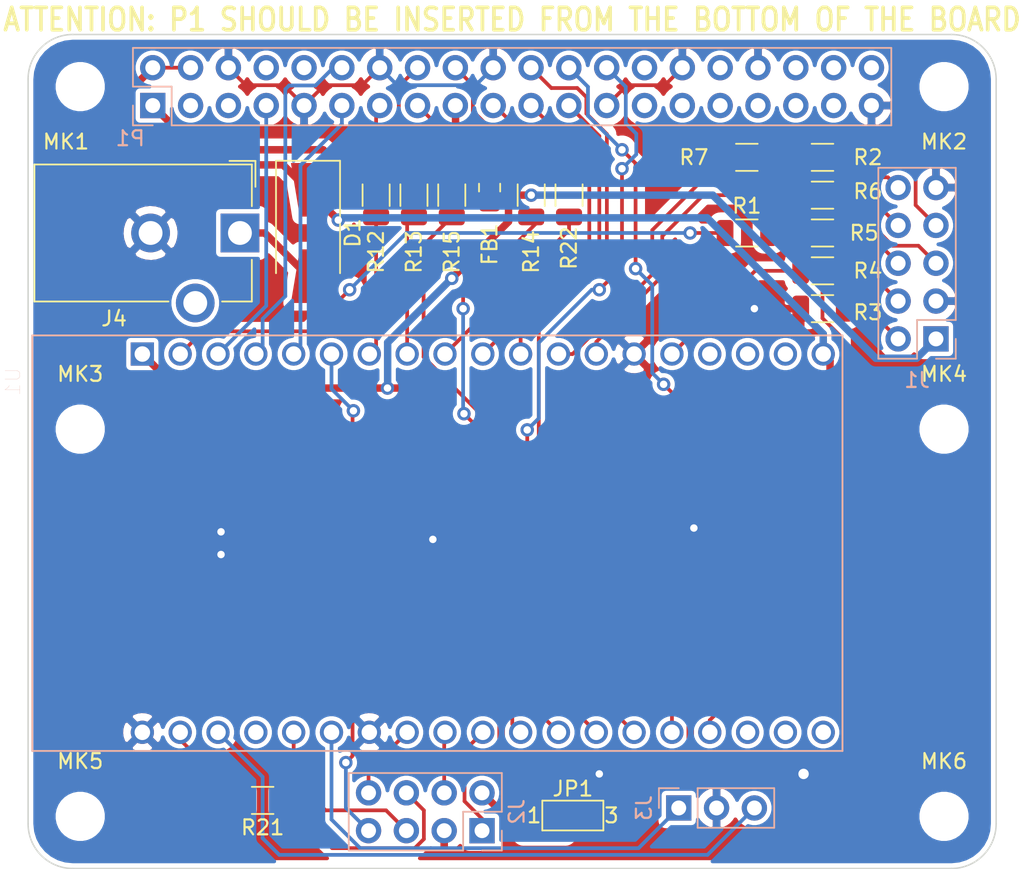
<source format=kicad_pcb>
(kicad_pcb (version 20171130) (host pcbnew 5.1.8-db9833491~87~ubuntu20.04.1)
  (title_block (date "15 nov 2012"))
  (layers (0 F.Cu signal) (31 B.Cu signal) (34 B.Paste user) (35 F.Paste user) (36 B.SilkS user) (37 F.SilkS user) (38 B.Mask user) (39 F.Mask user) (44 Edge.Cuts user))
  (net 0 "")
  (net 1 GND)
  (net 2 /ID_SD)
  (net 3 /ID_SC)
  (net 4 /GPIO5)
  (net 5 /GPIO6)
  (net 6 /GPIO26)
  (net 7 "/GPIO12(PWM0)")
  (net 8 "/GPIO13(PWM1)")
  (net 9 "/GPIO19(SPI1_MISO)")
  (net 10 /GPIO16)
  (net 11 "/GPIO20(SPI1_MOSI)")
  (net 12 "/GPIO21(SPI1_SCK)")
  (net 13 /SENS_SDA)
  (net 14 /SENS_SCL)
  (net 15 /SENS_INT_BPM)
  (net 16 /SENS_GPIO0)
  (net 17 /SENS_GPIO1)
  (net 18 /SENS_INT_ECG)
  (net 19 /SENS_INT_SPO2)
  (net 20 /SENS_START)
  (net 21 /~SENS_RST_BPM)
  (net 22 /~SENS_RST_ECG)
  (net 23 /~SENS_RST_SPO2)
  (net 24 /SENS_MOSI)
  (net 25 /SENS_MISO)
  (net 26 /~SENS_CS_BPM)
  (net 27 /SENS_SCLK)
  (net 28 /~SENS_CS_ECG)
  (net 29 /~SENS_CS_SPO2)
  (net 30 "Net-(U1-Pad38)")
  (net 31 "Net-(U1-Pad37)")
  (net 32 /5V_in)
  (net 33 /SENS_5V_ANA)
  (net 34 /SENS_3V3_ANA)
  (net 35 /SENS_3V3_DIG)
  (net 36 /JTAG_~SRST)
  (net 37 /JTAG_TDO)
  (net 38 /JTAG_TCK)
  (net 39 /JTAG_TMS)
  (net 40 /JTAG_TDI)
  (net 41 /JTAG_~TRST)
  (net 42 /PROC_SCL)
  (net 43 /PROC_SDA)
  (net 44 "Net-(J1-Pad5)")
  (net 45 /JTAG_RTCK)
  (net 46 /DISP_SCLK)
  (net 47 /DISP_MISO)
  (net 48 /DISP_INT_TOUCH)
  (net 49 /DISP_MOSI)
  (net 50 "Net-(J2-Pad2)")
  (net 51 "Net-(R12-Pad1)")
  (net 52 "Net-(R13-Pad1)")
  (net 53 "Net-(R14-Pad1)")
  (net 54 "Net-(R15-Pad1)")
  (net 55 "Net-(R21-Pad2)")
  (net 56 "Net-(R22-Pad2)")
  (net 57 /DISP_CS_TOUCH)
  (net 58 /DISP_CS_DISP)
  (net 59 "Net-(U1-Pad23)")
  (net 60 "Net-(U1-Pad36)")
  (net 61 "Net-(U1-Pad18)")
  (net 62 "Net-(U1-Pad17)")
  (net 63 "Net-(U1-Pad16)")
  (net 64 "Net-(J1-Pad4)")
  (net 65 "Net-(J1-Pad6)")
  (net 66 "Net-(J1-Pad8)")
  (net 67 "Net-(J1-Pad10)")
  (module Connector_PinHeader_2.54mm:PinHeader_2x04_P2.54mm_Vertical (layer B.Cu) (at 230.48 147.46 90)
    (fp_text reference J2 (at 1.27 2.33 90) (layer B.SilkS) (effects (justify mirror)))
    (fp_text value Conn_02x04_Odd_Even)
    (pad 8 thru_hole oval (at 2.54 -7.62 90) (size 1.7 1.7) (drill 1) (layers *.Cu *.Mask) (net 47 /DISP_MISO))
    (pad 7 thru_hole oval (at 0 -7.62 90) (size 1.7 1.7) (drill 1) (layers *.Cu *.Mask) (net 48 /DISP_INT_TOUCH))
    (pad 6 thru_hole oval (at 2.54 -5.08 90) (size 1.7 1.7) (drill 1) (layers *.Cu *.Mask) (net 49 /DISP_MOSI))
    (pad 5 thru_hole oval (at 0 -5.08 90) (size 1.7 1.7) (drill 1) (layers *.Cu *.Mask) (net 57 /DISP_CS_TOUCH))
    (pad 4 thru_hole oval (at 2.54 -2.54 90) (size 1.7 1.7) (drill 1) (layers *.Cu *.Mask) (net 46 /DISP_SCLK))
    (pad 3 thru_hole oval (at 0 -2.54 90) (size 1.7 1.7) (drill 1) (layers *.Cu *.Mask) (net 1 GND))
    (pad 2 thru_hole oval (at 2.54 0 90) (size 1.7 1.7) (drill 1) (layers *.Cu *.Mask) (net 50 "Net-(J2-Pad2)"))
    (pad 1 thru_hole rect (at 0 0 90) (size 1.7 1.7) (drill 1) (layers *.Cu *.Mask) (net 58 /DISP_CS_DISP))
  )
  (module Connector_PinSocket_2.54mm:PinSocket_2x20_P2.54mm_Vertical (layer B.Cu) (at 208.37 98.77 270)
    (fp_text reference P1 (at 2.208 1.512) (layer B.SilkS) (effects (justify mirror)))
    (fp_text value Conn_02x20_Odd_Even)
    (pad 1 thru_hole rect (at 0 0 270) (size 1.7 1.7) (drill 1) (layers *.Cu *.Mask) (net 34 /SENS_3V3_ANA))
    (pad 2 thru_hole oval (at -2.54 0 270) (size 1.7 1.7) (drill 1) (layers *.Cu *.Mask) (net 33 /SENS_5V_ANA))
    (pad 3 thru_hole oval (at 0 -2.54 270) (size 1.7 1.7) (drill 1) (layers *.Cu *.Mask) (net 13 /SENS_SDA))
    (pad 4 thru_hole oval (at -2.54 -2.54 270) (size 1.7 1.7) (drill 1) (layers *.Cu *.Mask) (net 33 /SENS_5V_ANA))
    (pad 5 thru_hole oval (at 0 -5.08 270) (size 1.7 1.7) (drill 1) (layers *.Cu *.Mask) (net 14 /SENS_SCL))
    (pad 6 thru_hole oval (at -2.54 -5.08 270) (size 1.7 1.7) (drill 1) (layers *.Cu *.Mask) (net 1 GND))
    (pad 7 thru_hole oval (at 0 -7.62 270) (size 1.7 1.7) (drill 1) (layers *.Cu *.Mask) (net 15 /SENS_INT_BPM))
    (pad 8 thru_hole oval (at -2.54 -7.62 270) (size 1.7 1.7) (drill 1) (layers *.Cu *.Mask) (net 16 /SENS_GPIO0))
    (pad 9 thru_hole oval (at 0 -10.16 270) (size 1.7 1.7) (drill 1) (layers *.Cu *.Mask) (net 1 GND))
    (pad 10 thru_hole oval (at -2.54 -10.16 270) (size 1.7 1.7) (drill 1) (layers *.Cu *.Mask) (net 17 /SENS_GPIO1))
    (pad 11 thru_hole oval (at 0 -12.7 270) (size 1.7 1.7) (drill 1) (layers *.Cu *.Mask) (net 18 /SENS_INT_ECG))
    (pad 12 thru_hole oval (at -2.54 -12.7 270) (size 1.7 1.7) (drill 1) (layers *.Cu *.Mask) (net 19 /SENS_INT_SPO2))
    (pad 13 thru_hole oval (at 0 -15.24 270) (size 1.7 1.7) (drill 1) (layers *.Cu *.Mask) (net 20 /SENS_START))
    (pad 14 thru_hole oval (at -2.54 -15.24 270) (size 1.7 1.7) (drill 1) (layers *.Cu *.Mask) (net 1 GND))
    (pad 15 thru_hole oval (at 0 -17.78 270) (size 1.7 1.7) (drill 1) (layers *.Cu *.Mask) (net 21 /~SENS_RST_BPM))
    (pad 16 thru_hole oval (at -2.54 -17.78 270) (size 1.7 1.7) (drill 1) (layers *.Cu *.Mask) (net 22 /~SENS_RST_ECG))
    (pad 17 thru_hole oval (at 0 -20.32 270) (size 1.7 1.7) (drill 1) (layers *.Cu *.Mask) (net 35 /SENS_3V3_DIG))
    (pad 18 thru_hole oval (at -2.54 -20.32 270) (size 1.7 1.7) (drill 1) (layers *.Cu *.Mask) (net 23 /~SENS_RST_SPO2))
    (pad 19 thru_hole oval (at 0 -22.86 270) (size 1.7 1.7) (drill 1) (layers *.Cu *.Mask) (net 24 /SENS_MOSI))
    (pad 20 thru_hole oval (at -2.54 -22.86 270) (size 1.7 1.7) (drill 1) (layers *.Cu *.Mask) (net 1 GND))
    (pad 21 thru_hole oval (at 0 -25.4 270) (size 1.7 1.7) (drill 1) (layers *.Cu *.Mask) (net 25 /SENS_MISO))
    (pad 22 thru_hole oval (at -2.54 -25.4 270) (size 1.7 1.7) (drill 1) (layers *.Cu *.Mask) (net 26 /~SENS_CS_BPM))
    (pad 23 thru_hole oval (at 0 -27.94 270) (size 1.7 1.7) (drill 1) (layers *.Cu *.Mask) (net 27 /SENS_SCLK))
    (pad 24 thru_hole oval (at -2.54 -27.94 270) (size 1.7 1.7) (drill 1) (layers *.Cu *.Mask) (net 28 /~SENS_CS_ECG))
    (pad 25 thru_hole oval (at 0 -30.48 270) (size 1.7 1.7) (drill 1) (layers *.Cu *.Mask) (net 1 GND))
    (pad 26 thru_hole oval (at -2.54 -30.48 270) (size 1.7 1.7) (drill 1) (layers *.Cu *.Mask) (net 29 /~SENS_CS_SPO2))
    (pad 27 thru_hole oval (at 0 -33.02 270) (size 1.7 1.7) (drill 1) (layers *.Cu *.Mask) (net 2 /ID_SD))
    (pad 28 thru_hole oval (at -2.54 -33.02 270) (size 1.7 1.7) (drill 1) (layers *.Cu *.Mask) (net 3 /ID_SC))
    (pad 29 thru_hole oval (at 0 -35.56 270) (size 1.7 1.7) (drill 1) (layers *.Cu *.Mask) (net 4 /GPIO5))
    (pad 30 thru_hole oval (at -2.54 -35.56 270) (size 1.7 1.7) (drill 1) (layers *.Cu *.Mask) (net 1 GND))
    (pad 31 thru_hole oval (at 0 -38.1 270) (size 1.7 1.7) (drill 1) (layers *.Cu *.Mask) (net 5 /GPIO6))
    (pad 32 thru_hole oval (at -2.54 -38.1 270) (size 1.7 1.7) (drill 1) (layers *.Cu *.Mask) (net 7 "/GPIO12(PWM0)"))
    (pad 33 thru_hole oval (at 0 -40.64 270) (size 1.7 1.7) (drill 1) (layers *.Cu *.Mask) (net 8 "/GPIO13(PWM1)"))
    (pad 34 thru_hole oval (at -2.54 -40.64 270) (size 1.7 1.7) (drill 1) (layers *.Cu *.Mask) (net 1 GND))
    (pad 35 thru_hole oval (at 0 -43.18 270) (size 1.7 1.7) (drill 1) (layers *.Cu *.Mask) (net 9 "/GPIO19(SPI1_MISO)"))
    (pad 36 thru_hole oval (at -2.54 -43.18 270) (size 1.7 1.7) (drill 1) (layers *.Cu *.Mask) (net 10 /GPIO16))
    (pad 37 thru_hole oval (at 0 -45.72 270) (size 1.7 1.7) (drill 1) (layers *.Cu *.Mask) (net 6 /GPIO26))
    (pad 38 thru_hole oval (at -2.54 -45.72 270) (size 1.7 1.7) (drill 1) (layers *.Cu *.Mask) (net 11 "/GPIO20(SPI1_MOSI)"))
    (pad 39 thru_hole oval (at 0 -48.26 270) (size 1.7 1.7) (drill 1) (layers *.Cu *.Mask) (net 1 GND))
    (pad 40 thru_hole oval (at -2.54 -48.26 270) (size 1.7 1.7) (drill 1) (layers *.Cu *.Mask) (net 12 "/GPIO21(SPI1_SCK)"))
  )
  (module Connector_PinSocket_2.54mm:PinSocket_2x05_P2.54mm_Vertical (layer B.Cu) (at 260.96 114.44)
    (fp_text reference J1 (at -1.27 2.77 180) (layer B.SilkS) (effects (justify mirror)))
    (fp_text value Conn_02x05_Odd_Even)
    (pad 10 thru_hole oval (at -2.54 -10.16) (size 1.7 1.7) (drill 1) (layers *.Cu *.Mask) (net 67 "Net-(J1-Pad10)"))
    (pad 9 thru_hole oval (at 0 -10.16) (size 1.7 1.7) (drill 1) (layers *.Cu *.Mask) (net 1 GND))
    (pad 8 thru_hole oval (at -2.54 -7.62) (size 1.7 1.7) (drill 1) (layers *.Cu *.Mask) (net 66 "Net-(J1-Pad8)"))
    (pad 7 thru_hole oval (at 0 -7.62) (size 1.7 1.7) (drill 1) (layers *.Cu *.Mask) (net 36 /JTAG_~SRST))
    (pad 6 thru_hole oval (at -2.54 -5.08) (size 1.7 1.7) (drill 1) (layers *.Cu *.Mask) (net 65 "Net-(J1-Pad6)"))
    (pad 5 thru_hole oval (at 0 -5.08) (size 1.7 1.7) (drill 1) (layers *.Cu *.Mask) (net 44 "Net-(J1-Pad5)"))
    (pad 4 thru_hole oval (at -2.54 -2.54) (size 1.7 1.7) (drill 1) (layers *.Cu *.Mask) (net 64 "Net-(J1-Pad4)"))
    (pad 3 thru_hole oval (at 0 -2.54) (size 1.7 1.7) (drill 1) (layers *.Cu *.Mask) (net 1 GND))
    (pad 2 thru_hole oval (at -2.54 0) (size 1.7 1.7) (drill 1) (layers *.Cu *.Mask) (net 45 /JTAG_RTCK))
    (pad 1 thru_hole rect (at 0 0) (size 1.7 1.7) (drill 1) (layers *.Cu *.Mask) (net 35 /SENS_3V3_DIG))
  )
  (module Jumper:SolderJumper-3_P1.3mm_Bridged2Bar12_Pad1.0x1.5mm_NumberLabels (layer F.Cu) (at 236.576 146.444)
    (fp_text reference JP1 (at 0 -1.8) (layer F.SilkS))
    (fp_text value Jumper_NC_Dual)
    (fp_poly (pts (xy -0.9 -0.6) (xy -0.4 -0.6) (xy -0.4 -0.2) (xy -0.9 -0.2)) (layer F.Cu) (width 0))
    (fp_poly (pts (xy -0.9 0.2) (xy -0.4 0.2) (xy -0.4 0.6) (xy -0.9 0.6)) (layer F.Cu) (width 0))
    (fp_text user 1 (at -2.6 0) (layer F.SilkS))
    (fp_text user 3 (at 2.6 0) (layer F.SilkS))
    (pad 2 smd rect (at 0 0) (size 1 1.5) (layers F.Cu F.Mask) (net 50 "Net-(J2-Pad2)"))
    (pad 3 smd rect (at 1.3 0) (size 1 1.5) (layers F.Cu F.Mask) (net 33 /SENS_5V_ANA))
    (pad 1 smd rect (at -1.3 0) (size 1 1.5) (layers F.Cu F.Mask) (net 35 /SENS_3V3_DIG))
  )
  (module Connector_PinHeader_2.54mm:PinHeader_1x03_P2.54mm_Vertical (layer B.Cu) (at 243.688 145.936 270)
    (fp_text reference J3 (at 0 2.33 270) (layer B.SilkS) (effects (justify mirror)))
    (fp_text value Conn_01x03_Male)
    (pad 3 thru_hole oval (at 0 -5.08 270) (size 1.7 1.7) (drill 1) (layers *.Cu *.Mask) (net 42 /PROC_SCL))
    (pad 2 thru_hole oval (at 0 -2.54 270) (size 1.7 1.7) (drill 1) (layers *.Cu *.Mask) (net 1 GND))
    (pad 1 thru_hole rect (at 0 0 270) (size 1.7 1.7) (drill 1) (layers *.Cu *.Mask) (net 43 /PROC_SDA))
  )
  (module Resistor_SMD:R_0805_2012Metric_Pad1.15x1.40mm_HandSolder (layer F.Cu) (at 230.988 104.28 270)
    (fp_text reference FB1 (at 3.81 0 90) (layer F.SilkS))
    (fp_text value Ferrite_Bead_Small)
    (pad 2 smd roundrect (at 1.025 0 270) (size 1.15 1.4) (layers F.Cu F.Paste F.Mask) (roundrect_rratio 0.217391) (net 34 /SENS_3V3_ANA))
    (pad 1 smd roundrect (at -1.025 0 270) (size 1.15 1.4) (layers F.Cu F.Paste F.Mask) (roundrect_rratio 0.217391) (net 35 /SENS_3V3_DIG))
  )
  (module Diode_SMD:D_SMA-SMB_Universal_Handsoldering (layer F.Cu) (at 218.796 107.328 270)
    (fp_text reference D1 (at 0 -3 90) (layer F.SilkS))
    (fp_text value D)
    (pad 2 smd trapezoid (at 2.9 0 90) (size 3.6 1.7) (rect_delta 0.6 0) (layers F.Cu F.Paste F.Mask) (net 32 /5V_in))
    (pad 1 smd trapezoid (at -2.9 0 270) (size 3.6 1.7) (rect_delta 0.6 0) (layers F.Cu F.Paste F.Mask) (net 33 /SENS_5V_ANA))
  )
  (module lib_footprint:MODULE_ESP32-DEVKITC-32D (layer B.Cu) (at 227.432 128.156 270)
    (fp_text reference U1 (at -10.829175 28.446045 90) (layer B.SilkS) (effects (font (size 1.000386 1.000386) (thickness 0.015)) (justify mirror)))
    (fp_text value ESP32-DEVKITC-32D)
    (pad 38 thru_hole circle (at 12.7 -25.96 270) (size 1.56 1.56) (drill 1.04) (layers *.Cu *.Mask) (net 30 "Net-(U1-Pad38)"))
    (pad 37 thru_hole circle (at 12.7 -23.42 270) (size 1.56 1.56) (drill 1.04) (layers *.Cu *.Mask) (net 31 "Net-(U1-Pad37)"))
    (pad 36 thru_hole circle (at 12.7 -20.88 270) (size 1.56 1.56) (drill 1.04) (layers *.Cu *.Mask) (net 60 "Net-(U1-Pad36)"))
    (pad 35 thru_hole circle (at 12.7 -18.34 270) (size 1.56 1.56) (drill 1.04) (layers *.Cu *.Mask) (net 37 /JTAG_TDO))
    (pad 34 thru_hole circle (at 12.7 -15.8 270) (size 1.56 1.56) (drill 1.04) (layers *.Cu *.Mask) (net 28 /~SENS_CS_ECG))
    (pad 33 thru_hole circle (at 12.7 -13.26 270) (size 1.56 1.56) (drill 1.04) (layers *.Cu *.Mask) (net 26 /~SENS_CS_BPM))
    (pad 32 thru_hole circle (at 12.7 -10.72 270) (size 1.56 1.56) (drill 1.04) (layers *.Cu *.Mask) (net 29 /~SENS_CS_SPO2))
    (pad 31 thru_hole circle (at 12.7 -8.18 270) (size 1.56 1.56) (drill 1.04) (layers *.Cu *.Mask) (net 54 "Net-(R15-Pad1)"))
    (pad 30 thru_hole circle (at 12.7 -5.64 270) (size 1.56 1.56) (drill 1.04) (layers *.Cu *.Mask) (net 53 "Net-(R14-Pad1)"))
    (pad 29 thru_hole circle (at 12.7 -3.1 270) (size 1.56 1.56) (drill 1.04) (layers *.Cu *.Mask) (net 58 /DISP_CS_DISP))
    (pad 28 thru_hole circle (at 12.7 -0.56 270) (size 1.56 1.56) (drill 1.04) (layers *.Cu *.Mask) (net 46 /DISP_SCLK))
    (pad 27 thru_hole circle (at 12.7 1.98 270) (size 1.56 1.56) (drill 1.04) (layers *.Cu *.Mask) (net 47 /DISP_MISO))
    (pad 26 thru_hole circle (at 12.7 4.52 270) (size 1.56 1.56) (drill 1.04) (layers *.Cu *.Mask) (net 1 GND))
    (pad 25 thru_hole circle (at 12.7 7.06 270) (size 1.56 1.56) (drill 1.04) (layers *.Cu *.Mask) (net 43 /PROC_SDA))
    (pad 24 thru_hole circle (at 12.7 9.6 270) (size 1.56 1.56) (drill 1.04) (layers *.Cu *.Mask) (net 57 /DISP_CS_TOUCH))
    (pad 23 thru_hole circle (at 12.7 12.14 270) (size 1.56 1.56) (drill 1.04) (layers *.Cu *.Mask) (net 59 "Net-(U1-Pad23)"))
    (pad 22 thru_hole circle (at 12.7 14.68 270) (size 1.56 1.56) (drill 1.04) (layers *.Cu *.Mask) (net 42 /PROC_SCL))
    (pad 21 thru_hole circle (at 12.7 17.22 270) (size 1.56 1.56) (drill 1.04) (layers *.Cu *.Mask) (net 55 "Net-(R21-Pad2)"))
    (pad 20 thru_hole circle (at 12.7 19.76 270) (size 1.56 1.56) (drill 1.04) (layers *.Cu *.Mask) (net 1 GND))
    (pad 18 thru_hole circle (at -12.7 -23.42 270) (size 1.56 1.56) (drill 1.04) (layers *.Cu *.Mask) (net 61 "Net-(U1-Pad18)"))
    (pad 17 thru_hole circle (at -12.7 -20.88 270) (size 1.56 1.56) (drill 1.04) (layers *.Cu *.Mask) (net 62 "Net-(U1-Pad17)"))
    (pad 16 thru_hole circle (at -12.7 -18.34 270) (size 1.56 1.56) (drill 1.04) (layers *.Cu *.Mask) (net 63 "Net-(U1-Pad16)"))
    (pad 15 thru_hole circle (at -12.7 -15.8 270) (size 1.56 1.56) (drill 1.04) (layers *.Cu *.Mask) (net 38 /JTAG_TCK))
    (pad 14 thru_hole circle (at -12.7 -13.26 270) (size 1.56 1.56) (drill 1.04) (layers *.Cu *.Mask) (net 1 GND))
    (pad 13 thru_hole circle (at -12.7 -10.72 270) (size 1.56 1.56) (drill 1.04) (layers *.Cu *.Mask) (net 40 /JTAG_TDI))
    (pad 12 thru_hole circle (at -12.7 -8.18 270) (size 1.56 1.56) (drill 1.04) (layers *.Cu *.Mask) (net 39 /JTAG_TMS))
    (pad 11 thru_hole circle (at -12.7 -5.64 270) (size 1.56 1.56) (drill 1.04) (layers *.Cu *.Mask) (net 27 /SENS_SCLK))
    (pad 10 thru_hole circle (at -12.7 -3.1 270) (size 1.56 1.56) (drill 1.04) (layers *.Cu *.Mask) (net 25 /SENS_MISO))
    (pad 9 thru_hole circle (at -12.7 -0.56 270) (size 1.56 1.56) (drill 1.04) (layers *.Cu *.Mask) (net 56 "Net-(R22-Pad2)"))
    (pad 8 thru_hole circle (at -12.7 1.98 270) (size 1.56 1.56) (drill 1.04) (layers *.Cu *.Mask) (net 52 "Net-(R13-Pad1)"))
    (pad 7 thru_hole circle (at -12.7 4.52 270) (size 1.56 1.56) (drill 1.04) (layers *.Cu *.Mask) (net 51 "Net-(R12-Pad1)"))
    (pad 6 thru_hole circle (at -12.7 7.06 270) (size 1.56 1.56) (drill 1.04) (layers *.Cu *.Mask) (net 48 /DISP_INT_TOUCH))
    (pad 5 thru_hole circle (at -12.7 9.6 270) (size 1.56 1.56) (drill 1.04) (layers *.Cu *.Mask) (net 18 /SENS_INT_ECG))
    (pad 4 thru_hole circle (at -12.7 12.14 270) (size 1.56 1.56) (drill 1.04) (layers *.Cu *.Mask) (net 19 /SENS_INT_SPO2))
    (pad 3 thru_hole circle (at -12.7 14.68 270) (size 1.56 1.56) (drill 1.04) (layers *.Cu *.Mask) (net 15 /SENS_INT_BPM))
    (pad 19 thru_hole circle (at -12.7 -25.96 270) (size 1.56 1.56) (drill 1.04) (layers *.Cu *.Mask) (net 33 /SENS_5V_ANA))
    (pad 2 thru_hole circle (at -12.7 17.22 270) (size 1.56 1.56) (drill 1.04) (layers *.Cu *.Mask) (net 41 /JTAG_~TRST))
    (pad 1 thru_hole rect (at -12.7 19.76 270) (size 1.56 1.56) (drill 1.04) (layers *.Cu *.Mask) (net 35 /SENS_3V3_DIG))
  )
  (module MountingHole:MountingHole_2.7mm_M2.5 (layer F.Cu) (at 261.5 146.5)
    (fp_text reference MK6 (at 0 -3.7) (layer F.SilkS))
    (fp_text value M2.5)
    (pad 1 np_thru_hole circle (at 0 0) (size 2.7 2.7) (drill 2.7) (layers *.Cu *.Mask))
  )
  (module MountingHole:MountingHole_2.7mm_M2.5 (layer F.Cu) (at 203.5 146.5)
    (fp_text reference MK5 (at 0 -3.7) (layer F.SilkS))
    (fp_text value M2.5)
    (pad 1 np_thru_hole circle (at 0 0) (size 2.7 2.7) (drill 2.7) (layers *.Cu *.Mask))
  )
  (module MountingHole:MountingHole_2.7mm_M2.5 (layer F.Cu) (at 261.5 120.5)
    (fp_text reference MK4 (at 0 -3.7) (layer F.SilkS))
    (fp_text value M2.5)
    (pad 1 np_thru_hole circle (at 0 0) (size 2.7 2.7) (drill 2.7) (layers *.Cu *.Mask))
  )
  (module MountingHole:MountingHole_2.7mm_M2.5 (layer F.Cu) (at 203.5 120.5)
    (fp_text reference MK3 (at 0 -3.7) (layer F.SilkS))
    (fp_text value M2.5)
    (pad 1 np_thru_hole circle (at 0 0) (size 2.7 2.7) (drill 2.7) (layers *.Cu *.Mask))
  )
  (module MountingHole:MountingHole_2.7mm_M2.5 (layer F.Cu) (at 261.5 97.5 180)
    (fp_text reference MK2 (at 0 -3.7 180) (layer F.SilkS))
    (fp_text value M2.5)
    (pad 1 np_thru_hole circle (at 0 0 180) (size 2.7 2.7) (drill 2.7) (layers *.Cu *.Mask))
  )
  (module MountingHole:MountingHole_2.7mm_M2.5 (layer F.Cu) (at 203.5 97.5 180)
    (fp_text reference MK1 (at 0.96 -3.7 180) (layer F.SilkS))
    (fp_text value M2.5)
    (pad 1 np_thru_hole circle (at 0 0 180) (size 2.7 2.7) (drill 2.7) (layers *.Cu *.Mask))
  )
  (module Resistor_SMD:R_1206_3216Metric (layer F.Cu) (at 248.26 107.328)
    (fp_text reference R1 (at 0 -1.82) (layer F.SilkS))
    (fp_text value 0)
    (pad 1 smd roundrect (at -1.4625 0) (size 1.125 1.75) (layers F.Cu F.Paste F.Mask) (roundrect_rratio 0.222222) (net 41 /JTAG_~TRST))
    (pad 2 smd roundrect (at 1.4625 0) (size 1.125 1.75) (layers F.Cu F.Paste F.Mask) (roundrect_rratio 0.222222) (net 44 "Net-(J1-Pad5)"))
  )
  (module Resistor_SMD:R_1206_3216Metric (layer F.Cu) (at 253.34 102.248 180)
    (fp_text reference R2 (at -3.048 0) (layer F.SilkS))
    (fp_text value n.p.)
    (pad 1 smd roundrect (at -1.4625 0 180) (size 1.125 1.75) (layers F.Cu F.Paste F.Mask) (roundrect_rratio 0.222222) (net 36 /JTAG_~SRST))
    (pad 2 smd roundrect (at 1.4625 0 180) (size 1.125 1.75) (layers F.Cu F.Paste F.Mask) (roundrect_rratio 0.222222) (net 1 GND))
  )
  (module Resistor_SMD:R_1206_3216Metric (layer F.Cu) (at 253.34 112.408)
    (fp_text reference R3 (at 3.048 0.254) (layer F.SilkS))
    (fp_text value 0)
    (pad 2 smd roundrect (at 1.4625 0) (size 1.125 1.75) (layers F.Cu F.Paste F.Mask) (roundrect_rratio 0.222222) (net 45 /JTAG_RTCK))
    (pad 1 smd roundrect (at -1.4625 0) (size 1.125 1.75) (layers F.Cu F.Paste F.Mask) (roundrect_rratio 0.222222) (net 1 GND))
  )
  (module Resistor_SMD:R_1206_3216Metric (layer F.Cu) (at 223.368 104.788 90)
    (fp_text reference R12 (at -3.81 0 90) (layer F.SilkS))
    (fp_text value 0)
    (pad 1 smd roundrect (at -1.4625 0 90) (size 1.125 1.75) (layers F.Cu F.Paste F.Mask) (roundrect_rratio 0.222222) (net 51 "Net-(R12-Pad1)"))
    (pad 2 smd roundrect (at 1.4625 0 90) (size 1.125 1.75) (layers F.Cu F.Paste F.Mask) (roundrect_rratio 0.222222) (net 20 /SENS_START))
  )
  (module Resistor_SMD:R_1206_3216Metric (layer F.Cu) (at 225.908 104.788 90)
    (fp_text reference R13 (at -3.81 0 90) (layer F.SilkS))
    (fp_text value 0)
    (pad 2 smd roundrect (at 1.4625 0 90) (size 1.125 1.75) (layers F.Cu F.Paste F.Mask) (roundrect_rratio 0.222222) (net 22 /~SENS_RST_ECG))
    (pad 1 smd roundrect (at -1.4625 0 90) (size 1.125 1.75) (layers F.Cu F.Paste F.Mask) (roundrect_rratio 0.222222) (net 52 "Net-(R13-Pad1)"))
  )
  (module Resistor_SMD:R_1206_3216Metric (layer F.Cu) (at 233.782 104.788 90)
    (fp_text reference R14 (at -3.81 0 90) (layer F.SilkS))
    (fp_text value 0)
    (pad 1 smd roundrect (at -1.4625 0 90) (size 1.125 1.75) (layers F.Cu F.Paste F.Mask) (roundrect_rratio 0.222222) (net 53 "Net-(R14-Pad1)"))
    (pad 2 smd roundrect (at 1.4625 0 90) (size 1.125 1.75) (layers F.Cu F.Paste F.Mask) (roundrect_rratio 0.222222) (net 23 /~SENS_RST_SPO2))
  )
  (module Resistor_SMD:R_1206_3216Metric (layer F.Cu) (at 228.448 104.788 90)
    (fp_text reference R15 (at -3.81 0 90) (layer F.SilkS))
    (fp_text value 0)
    (pad 2 smd roundrect (at 1.4625 0 90) (size 1.125 1.75) (layers F.Cu F.Paste F.Mask) (roundrect_rratio 0.222222) (net 21 /~SENS_RST_BPM))
    (pad 1 smd roundrect (at -1.4625 0 90) (size 1.125 1.75) (layers F.Cu F.Paste F.Mask) (roundrect_rratio 0.222222) (net 54 "Net-(R15-Pad1)"))
  )
  (module Resistor_SMD:R_1206_3216Metric (layer F.Cu) (at 215.748 145.428 180)
    (fp_text reference R21 (at 0 -1.82) (layer F.SilkS))
    (fp_text value 100)
    (pad 2 smd roundrect (at 1.4625 0 180) (size 1.125 1.75) (layers F.Cu F.Paste F.Mask) (roundrect_rratio 0.222222) (net 55 "Net-(R21-Pad2)"))
    (pad 1 smd roundrect (at -1.4625 0 180) (size 1.125 1.75) (layers F.Cu F.Paste F.Mask) (roundrect_rratio 0.222222) (net 49 /DISP_MOSI))
  )
  (module Resistor_SMD:R_1206_3216Metric (layer F.Cu) (at 236.322 104.788 270)
    (fp_text reference R22 (at 3.556 0 90) (layer F.SilkS))
    (fp_text value 100)
    (pad 1 smd roundrect (at -1.4625 0 270) (size 1.125 1.75) (layers F.Cu F.Paste F.Mask) (roundrect_rratio 0.222222) (net 24 /SENS_MOSI))
    (pad 2 smd roundrect (at 1.4625 0 270) (size 1.125 1.75) (layers F.Cu F.Paste F.Mask) (roundrect_rratio 0.222222) (net 56 "Net-(R22-Pad2)"))
  )
  (module Connector_BarrelJack:BarrelJack_CUI_PJ-102AH_Horizontal (layer F.Cu) (at 214.224 107.328 270)
    (fp_text reference J4 (at 5.75 8.45) (layer F.SilkS))
    (fp_text value Conn_01x02)
    (pad 1 thru_hole rect (at 0 0 270) (size 2.6 2.6) (drill 1.6) (layers *.Cu *.Mask) (net 32 /5V_in))
    (pad 2 thru_hole circle (at 0 6 270) (size 2.6 2.6) (drill 1.6) (layers *.Cu *.Mask) (net 1 GND))
    (pad 3 thru_hole circle (at 4.7 3 270) (size 2.6 2.6) (drill 1.6) (layers *.Cu *.Mask))
  )
  (module Resistor_SMD:R_1206_3216Metric (layer F.Cu) (at 253.34 109.868)
    (fp_text reference R4 (at 3.048 0) (layer F.SilkS))
    (fp_text value 100)
    (pad 2 smd roundrect (at 1.4625 0) (size 1.125 1.75) (layers F.Cu F.Paste F.Mask) (roundrect_rratio 0.222222) (net 64 "Net-(J1-Pad4)"))
    (pad 1 smd roundrect (at -1.4625 0) (size 1.125 1.75) (layers F.Cu F.Paste F.Mask) (roundrect_rratio 0.222222) (net 38 /JTAG_TCK))
  )
  (module Resistor_SMD:R_1206_3216Metric (layer F.Cu) (at 253.34 107.328)
    (fp_text reference R5 (at 2.794 0) (layer F.SilkS))
    (fp_text value 100)
    (pad 1 smd roundrect (at -1.4625 0) (size 1.125 1.75) (layers F.Cu F.Paste F.Mask) (roundrect_rratio 0.222222) (net 37 /JTAG_TDO))
    (pad 2 smd roundrect (at 1.4625 0) (size 1.125 1.75) (layers F.Cu F.Paste F.Mask) (roundrect_rratio 0.222222) (net 65 "Net-(J1-Pad6)"))
  )
  (module Resistor_SMD:R_1206_3216Metric (layer F.Cu) (at 253.34 104.788)
    (fp_text reference R6 (at 3.048 -0.254) (layer F.SilkS))
    (fp_text value 100)
    (pad 2 smd roundrect (at 1.4625 0) (size 1.125 1.75) (layers F.Cu F.Paste F.Mask) (roundrect_rratio 0.222222) (net 66 "Net-(J1-Pad8)"))
    (pad 1 smd roundrect (at -1.4625 0) (size 1.125 1.75) (layers F.Cu F.Paste F.Mask) (roundrect_rratio 0.222222) (net 40 /JTAG_TDI))
  )
  (module Resistor_SMD:R_1206_3216Metric (layer F.Cu) (at 248.26 102.248)
    (fp_text reference R7 (at -3.556 0) (layer F.SilkS))
    (fp_text value 100)
    (pad 1 smd roundrect (at -1.4625 0) (size 1.125 1.75) (layers F.Cu F.Paste F.Mask) (roundrect_rratio 0.222222) (net 39 /JTAG_TMS))
    (pad 2 smd roundrect (at 1.4625 0) (size 1.125 1.75) (layers F.Cu F.Paste F.Mask) (roundrect_rratio 0.222222) (net 67 "Net-(J1-Pad10)"))
  )
  (gr_text "ATTENTION: P1 SHOULD BE INSERTED FROM THE BOTTOM OF THE BOARD" (at 232.5 93) (layer F.SilkS) (effects (font (size 1.5 1.25) (thickness 0.25))))
  (gr_text "Cadus e.V. lifesensor\nesp32_devkitc_main\nRev. 0" (at 259.944 143.142 90) (layer F.Cu) (effects (font (size 1.5 1.25) (thickness 0.3)) (justify left)))
  (gr_arc (start 262 97) (end 262 94) (angle 90) (layer Edge.Cuts) (width 0.1))
  (gr_arc (start 262 147) (end 265 147) (angle 90) (layer Edge.Cuts) (width 0.1))
  (gr_arc (start 203 147) (end 203 150) (angle 90) (layer Edge.Cuts) (width 0.1))
  (gr_arc (start 203 97) (end 200 97) (angle 90) (layer Edge.Cuts) (width 0.1))
  (gr_line (start 262 94) (end 203 94) (layer Edge.Cuts) (width 0.1))
  (gr_line (start 265 147) (end 265 97) (layer Edge.Cuts) (width 0.1))
  (gr_line (start 203 150) (end 262 150) (layer Edge.Cuts) (width 0.1))
  (gr_line (start 200 97) (end 200 147) (layer Edge.Cuts) (width 0.1))
  (segment (start 222.434999 97.405001) (end 223.61 96.23) (width 0.25) (layer F.Cu) (net 1))
  (segment (start 219.894999 97.405001) (end 222.434999 97.405001) (width 0.25) (layer F.Cu) (net 1))
  (segment (start 218.53 98.77) (end 219.894999 97.405001) (width 0.25) (layer F.Cu) (net 1))
  (segment (start 217.165001 97.405001) (end 218.53 98.77) (width 0.25) (layer F.Cu) (net 1))
  (segment (start 214.625001 97.405001) (end 217.165001 97.405001) (width 0.25) (layer F.Cu) (net 1))
  (segment (start 213.45 96.23) (end 214.625001 97.405001) (width 0.25) (layer F.Cu) (net 1))
  (segment (start 230.054999 97.405001) (end 231.23 96.23) (width 0.25) (layer B.Cu) (net 1))
  (segment (start 223.61 96.23) (end 224.785001 97.405001) (width 0.25) (layer B.Cu) (net 1))
  (segment (start 224.785001 97.405001) (end 230.054999 97.405001) (width 0.25) (layer B.Cu) (net 1))
  (via (at 252.07 143.65) (size 1) (drill 0.7) (layers F.Cu B.Cu) (net 1))
  (via (at 244.704 127.14) (size 0.9) (drill 0.5) (layers F.Cu B.Cu) (net 1))
  (via (at 212.954 127.394) (size 0.9) (drill 0.5) (layers F.Cu B.Cu) (net 1))
  (via (at 212.954 128.918) (size 0.9) (drill 0.5) (layers F.Cu B.Cu) (net 1))
  (via (at 227.178 127.902) (size 0.9) (drill 0.5) (layers F.Cu B.Cu) (net 1))
  (via (at 238.354 143.65) (size 0.9) (drill 0.5) (layers F.Cu B.Cu) (net 1))
  (via (at 248.768 112.408) (size 0.9) (drill 0.5) (layers F.Cu B.Cu) (net 1))
  (segment (start 242.754999 97.405001) (end 243.93 96.23) (width 0.25) (layer F.Cu) (net 1))
  (segment (start 240.214999 97.405001) (end 242.754999 97.405001) (width 0.25) (layer F.Cu) (net 1))
  (segment (start 238.85 98.77) (end 240.214999 97.405001) (width 0.25) (layer F.Cu) (net 1))
  (segment (start 215.99 112.218) (end 212.752 115.456) (width 0.25) (layer B.Cu) (net 15))
  (segment (start 215.99 98.77) (end 215.99 112.218) (width 0.25) (layer B.Cu) (net 15))
  (segment (start 218.288 115) (end 217.832 115.456) (width 0.25) (layer B.Cu) (net 18))
  (segment (start 218.288 102.789) (end 218.288 115) (width 0.25) (layer B.Cu) (net 18))
  (segment (start 221.07 100.007) (end 218.288 102.789) (width 0.25) (layer B.Cu) (net 18))
  (segment (start 221.07 98.77) (end 221.07 100.007) (width 0.25) (layer B.Cu) (net 18))
  (segment (start 217.272 111.57241) (end 215.748 113.09641) (width 0.25) (layer B.Cu) (net 19))
  (segment (start 217.272 97.676) (end 217.272 111.57241) (width 0.25) (layer B.Cu) (net 19))
  (segment (start 215.748 115) (end 215.292 115.456) (width 0.25) (layer B.Cu) (net 19))
  (segment (start 215.748 113.09641) (end 215.748 115) (width 0.25) (layer B.Cu) (net 19))
  (segment (start 217.526 97.422) (end 217.272 97.676) (width 0.25) (layer B.Cu) (net 19))
  (segment (start 219.304 97.422) (end 217.526 97.422) (width 0.25) (layer B.Cu) (net 19))
  (segment (start 220.496 96.23) (end 219.304 97.422) (width 0.25) (layer B.Cu) (net 19))
  (segment (start 221.07 96.23) (end 220.496 96.23) (width 0.25) (layer B.Cu) (net 19))
  (segment (start 223.368 99.012) (end 223.61 98.77) (width 0.25) (layer F.Cu) (net 20))
  (segment (start 223.368 103.3255) (end 223.368 99.012) (width 0.25) (layer F.Cu) (net 20))
  (segment (start 228.448 101.068) (end 226.15 98.77) (width 0.25) (layer F.Cu) (net 21))
  (segment (start 228.448 103.3255) (end 228.448 101.068) (width 0.25) (layer F.Cu) (net 21))
  (segment (start 224.892 97.488) (end 226.15 96.23) (width 0.25) (layer F.Cu) (net 22))
  (segment (start 224.892 99.454) (end 224.892 97.488) (width 0.25) (layer F.Cu) (net 22))
  (segment (start 225.908 100.47) (end 224.892 99.454) (width 0.25) (layer F.Cu) (net 22))
  (segment (start 225.908 103.3255) (end 225.908 100.47) (width 0.25) (layer F.Cu) (net 22))
  (segment (start 229.865001 97.405001) (end 228.69 96.23) (width 0.25) (layer F.Cu) (net 23))
  (segment (start 229.865001 99.144003) (end 229.865001 97.405001) (width 0.25) (layer F.Cu) (net 23))
  (segment (start 234.046498 103.3255) (end 229.865001 99.144003) (width 0.25) (layer F.Cu) (net 23))
  (segment (start 234.544 103.3255) (end 234.046498 103.3255) (width 0.25) (layer F.Cu) (net 23))
  (segment (start 231.32 98.77) (end 231.23 98.77) (width 0.25) (layer F.Cu) (net 24))
  (segment (start 235.8755 103.3255) (end 231.32 98.77) (width 0.25) (layer F.Cu) (net 24))
  (segment (start 236.1295 103.3255) (end 235.8755 103.3255) (width 0.25) (layer F.Cu) (net 24))
  (segment (start 237.681967 108.306033) (end 237.681967 102.681967) (width 0.25) (layer F.Cu) (net 25))
  (segment (start 230.532 115.456) (end 237.681967 108.306033) (width 0.25) (layer F.Cu) (net 25))
  (segment (start 237.681967 102.681967) (end 233.77 98.77) (width 0.25) (layer F.Cu) (net 25))
  (segment (start 238.848998 108.225998) (end 238.848998 109.119002) (width 0.25) (layer F.Cu) (net 26))
  (segment (start 238.862 100.68559) (end 238.862 108.212996) (width 0.25) (layer F.Cu) (net 26))
  (segment (start 237.485001 99.308591) (end 238.862 100.68559) (width 0.25) (layer F.Cu) (net 26))
  (segment (start 233.77 96.23) (end 235.134999 97.594999) (width 0.25) (layer F.Cu) (net 26))
  (segment (start 234.29 113.678) (end 234.29 134.454) (width 0.25) (layer F.Cu) (net 26))
  (segment (start 238.862 108.212996) (end 238.848998 108.225998) (width 0.25) (layer F.Cu) (net 26))
  (segment (start 236.874001 97.594999) (end 237.485001 98.205999) (width 0.25) (layer F.Cu) (net 26))
  (segment (start 237.485001 98.205999) (end 237.485001 99.308591) (width 0.25) (layer F.Cu) (net 26))
  (segment (start 235.134999 97.594999) (end 236.874001 97.594999) (width 0.25) (layer F.Cu) (net 26))
  (segment (start 238.848998 109.119002) (end 234.29 113.678) (width 0.25) (layer F.Cu) (net 26))
  (segment (start 234.29 134.454) (end 239.912001 140.076001) (width 0.25) (layer F.Cu) (net 26))
  (segment (start 239.912001 140.076001) (end 240.692 140.856) (width 0.25) (layer F.Cu) (net 26))
  (segment (start 238.354 108.598) (end 238.354 100.814) (width 0.25) (layer F.Cu) (net 27))
  (segment (start 238.354 100.814) (end 236.31 98.77) (width 0.25) (layer F.Cu) (net 27))
  (segment (start 233.072 113.88) (end 238.354 108.598) (width 0.25) (layer F.Cu) (net 27))
  (segment (start 233.072 115.456) (end 233.072 113.88) (width 0.25) (layer F.Cu) (net 27))
  (via (at 242.672 117.488) (size 0.9) (drill 0.5) (layers F.Cu B.Cu) (net 28))
  (segment (start 241.91 110.840057) (end 240.790398 109.720455) (width 0.25) (layer B.Cu) (net 28))
  (segment (start 241.91 116.726) (end 241.91 110.840057) (width 0.25) (layer B.Cu) (net 28))
  (segment (start 242.672 117.488) (end 241.91 116.726) (width 0.25) (layer B.Cu) (net 28))
  (segment (start 240.790398 102.652402) (end 240.790398 109.720455) (width 0.25) (layer F.Cu) (net 28))
  (segment (start 239.877996 101.74) (end 240.790398 102.652402) (width 0.25) (layer F.Cu) (net 28))
  (via (at 240.790398 109.720455) (size 0.9) (drill 0.5) (layers F.Cu B.Cu) (net 28))
  (segment (start 243.232 118.048) (end 242.672 117.488) (width 0.25) (layer F.Cu) (net 28))
  (segment (start 243.232 140.856) (end 243.232 118.048) (width 0.25) (layer F.Cu) (net 28))
  (via (at 239.877996 101.74) (size 0.9) (drill 0.5) (layers F.Cu B.Cu) (net 28))
  (segment (start 236.31 96.23) (end 237.592 97.512) (width 0.25) (layer B.Cu) (net 28))
  (segment (start 239.878 101.740004) (end 239.877996 101.74) (width 0.25) (layer F.Cu) (net 28))
  (segment (start 237.592 97.512) (end 237.592 99.454004) (width 0.25) (layer B.Cu) (net 28))
  (segment (start 237.592 99.454004) (end 239.877996 101.74) (width 0.25) (layer B.Cu) (net 28))
  (segment (start 233.51499 136.21899) (end 233.51499 120.54901) (width 0.25) (layer F.Cu) (net 29))
  (via (at 233.51499 120.54901) (size 0.9) (drill 0.5) (layers F.Cu B.Cu) (net 29))
  (segment (start 238.152 140.856) (end 233.51499 136.21899) (width 0.25) (layer F.Cu) (net 29))
  (via (at 239.878 103.01) (size 0.9) (drill 0.5) (layers F.Cu B.Cu) (net 29))
  (segment (start 240.836001 100.666001) (end 240.836001 102.051999) (width 0.25) (layer B.Cu) (net 29))
  (segment (start 238.85 96.23) (end 240.132 97.512) (width 0.25) (layer B.Cu) (net 29))
  (segment (start 240.132 97.512) (end 240.132 99.962) (width 0.25) (layer B.Cu) (net 29))
  (segment (start 240.132 99.962) (end 240.836001 100.666001) (width 0.25) (layer B.Cu) (net 29))
  (segment (start 240.836001 102.051999) (end 239.878 103.01) (width 0.25) (layer B.Cu) (net 29))
  (segment (start 239.878 103.01) (end 239.878 109.613992) (width 0.25) (layer F.Cu) (net 29))
  (via (at 238.353992 111.138) (size 0.9) (drill 0.5) (layers F.Cu B.Cu) (net 29))
  (segment (start 239.878 109.613992) (end 238.353992 111.138) (width 0.25) (layer F.Cu) (net 29))
  (segment (start 237.845996 111.138) (end 238.353992 111.138) (width 0.25) (layer B.Cu) (net 29))
  (segment (start 234.29 119.774) (end 234.29 114.693996) (width 0.25) (layer B.Cu) (net 29))
  (segment (start 234.29 114.693996) (end 237.845996 111.138) (width 0.25) (layer B.Cu) (net 29))
  (segment (start 233.51499 120.54901) (end 234.29 119.774) (width 0.25) (layer B.Cu) (net 29))
  (segment (start 215.896 107.328) (end 218.796 110.228) (width 0.5) (layer F.Cu) (net 32))
  (segment (start 214.224 107.328) (end 215.896 107.328) (width 0.5) (layer F.Cu) (net 32))
  (segment (start 208.37 96.23) (end 210.91 96.23) (width 0.25) (layer F.Cu) (net 33))
  (segment (start 218.796 104.428) (end 220.828 106.46) (width 0.5) (layer F.Cu) (net 33))
  (via (at 220.828 106.46) (size 0.9) (drill 0.5) (layers F.Cu B.Cu) (net 33))
  (segment (start 206.858 97.742) (end 208.37 96.23) (width 0.5) (layer F.Cu) (net 33))
  (segment (start 206.858 100.216) (end 206.858 97.742) (width 0.5) (layer F.Cu) (net 33))
  (segment (start 209.398 102.756) (end 206.858 100.216) (width 0.5) (layer F.Cu) (net 33))
  (segment (start 217.124 102.756) (end 209.398 102.756) (width 0.5) (layer F.Cu) (net 33))
  (segment (start 218.796 104.428) (end 217.124 102.756) (width 0.5) (layer F.Cu) (net 33))
  (segment (start 240.386 146.444) (end 237.876 146.444) (width 0.5) (layer F.Cu) (net 33))
  (segment (start 244.45 142.38) (end 240.386 146.444) (width 0.5) (layer F.Cu) (net 33))
  (segment (start 244.45 141.458402) (end 244.45 142.38) (width 0.5) (layer F.Cu) (net 33))
  (segment (start 244.462001 141.446401) (end 244.45 141.458402) (width 0.5) (layer F.Cu) (net 33))
  (segment (start 244.462001 140.265599) (end 244.462001 141.446401) (width 0.5) (layer F.Cu) (net 33))
  (segment (start 244.45 140.253598) (end 244.462001 140.265599) (width 0.5) (layer F.Cu) (net 33))
  (segment (start 244.45 140.094) (end 244.45 140.253598) (width 0.5) (layer F.Cu) (net 33))
  (segment (start 253.848 130.696) (end 244.45 140.094) (width 0.5) (layer F.Cu) (net 33))
  (segment (start 253.848 115.912) (end 253.848 130.696) (width 0.5) (layer F.Cu) (net 33))
  (segment (start 253.392 115.456) (end 253.848 115.912) (width 0.5) (layer F.Cu) (net 33))
  (segment (start 253.392 114.109604) (end 253.392 115.455986) (width 0.5) (layer B.Cu) (net 33))
  (segment (start 245.594396 106.312) (end 253.392 114.109604) (width 0.5) (layer B.Cu) (net 33))
  (segment (start 220.976 106.312) (end 245.594396 106.312) (width 0.5) (layer B.Cu) (net 33))
  (segment (start 220.828 106.46) (end 220.976 106.312) (width 0.5) (layer B.Cu) (net 33))
  (segment (start 223.114 105.042) (end 230.725 105.042) (width 0.5) (layer F.Cu) (net 34))
  (segment (start 219.812 101.74) (end 223.114 105.042) (width 0.5) (layer F.Cu) (net 34))
  (segment (start 230.725 105.042) (end 230.988 105.305) (width 0.5) (layer F.Cu) (net 34))
  (segment (start 211.34 101.74) (end 219.812 101.74) (width 0.5) (layer F.Cu) (net 34))
  (segment (start 208.37 98.77) (end 211.34 101.74) (width 0.5) (layer F.Cu) (net 34))
  (via (at 224.13 117.741998) (size 0.9) (drill 0.5) (layers F.Cu B.Cu) (net 35))
  (segment (start 224.129998 117.742) (end 224.13 117.741998) (width 0.5) (layer B.Cu) (net 35))
  (segment (start 231.762001 123.596) (end 225.907999 117.741998) (width 0.5) (layer F.Cu) (net 35))
  (segment (start 225.907999 117.741998) (end 224.13 117.741998) (width 0.5) (layer F.Cu) (net 35))
  (segment (start 231.762001 142.930001) (end 231.762001 123.596) (width 0.5) (layer F.Cu) (net 35))
  (segment (start 235.276 146.444) (end 231.762001 142.930001) (width 0.5) (layer F.Cu) (net 35))
  (segment (start 230.988 102.248) (end 230.988 103.255) (width 0.5) (layer F.Cu) (net 35))
  (segment (start 228.702 99.962) (end 230.988 102.248) (width 0.5) (layer F.Cu) (net 35))
  (segment (start 228.702 98.782) (end 228.702 99.962) (width 0.5) (layer F.Cu) (net 35))
  (segment (start 228.69 98.77) (end 228.702 98.782) (width 0.5) (layer F.Cu) (net 35))
  (via (at 228.447994 110.376) (size 0.9) (drill 0.5) (layers F.Cu B.Cu) (net 35))
  (segment (start 224.142001 114.681993) (end 228.447994 110.376) (width 0.5) (layer B.Cu) (net 35))
  (segment (start 224.13 117.741998) (end 224.142001 117.729997) (width 0.5) (layer B.Cu) (net 35))
  (segment (start 224.142001 117.729997) (end 224.142001 114.681993) (width 0.5) (layer B.Cu) (net 35))
  (via (at 233.782 104.788) (size 0.9) (drill 0.5) (layers F.Cu B.Cu) (net 35))
  (segment (start 224.129998 117.742) (end 224.13 117.741998) (width 0.5) (layer F.Cu) (net 35))
  (segment (start 209.958 117.742) (end 224.129998 117.742) (width 0.5) (layer F.Cu) (net 35))
  (segment (start 207.672 115.456) (end 209.958 117.742) (width 0.5) (layer F.Cu) (net 35))
  (segment (start 232.258 104.788) (end 232.258 106.565994) (width 0.5) (layer F.Cu) (net 35))
  (segment (start 232.258 106.565994) (end 228.447994 110.376) (width 0.5) (layer F.Cu) (net 35))
  (segment (start 232.258 104.788) (end 233.782 104.788) (width 0.5) (layer F.Cu) (net 35))
  (segment (start 232.258 104.525) (end 232.258 104.788) (width 0.5) (layer F.Cu) (net 35))
  (segment (start 230.988 103.255) (end 232.258 104.525) (width 0.5) (layer F.Cu) (net 35))
  (segment (start 259.659999 115.740001) (end 260.96 114.44) (width 0.5) (layer B.Cu) (net 35))
  (segment (start 256.926001 115.740001) (end 259.659999 115.740001) (width 0.5) (layer B.Cu) (net 35))
  (segment (start 245.974 104.788) (end 256.926001 115.740001) (width 0.5) (layer B.Cu) (net 35))
  (segment (start 233.782 104.788) (end 245.974 104.788) (width 0.5) (layer B.Cu) (net 35))
  (segment (start 259.595001 105.455001) (end 260.96 106.82) (width 0.25) (layer F.Cu) (net 36))
  (segment (start 259.595001 103.423001) (end 259.595001 105.455001) (width 0.25) (layer F.Cu) (net 36))
  (segment (start 258.42 102.248) (end 259.595001 103.423001) (width 0.25) (layer F.Cu) (net 36))
  (segment (start 254.8025 102.248) (end 258.42 102.248) (width 0.25) (layer F.Cu) (net 36))
  (segment (start 245.772 140.042) (end 245.772 140.856) (width 0.25) (layer F.Cu) (net 37))
  (segment (start 254.61 131.204) (end 245.772 140.042) (width 0.25) (layer F.Cu) (net 37))
  (segment (start 254.61 114.320655) (end 254.61 131.204) (width 0.25) (layer F.Cu) (net 37))
  (segment (start 253.34 108.7905) (end 253.34 113.050655) (width 0.25) (layer F.Cu) (net 37))
  (segment (start 253.34 113.050655) (end 254.61 114.320655) (width 0.25) (layer F.Cu) (net 37))
  (segment (start 251.8775 107.328) (end 253.34 108.7905) (width 0.25) (layer F.Cu) (net 37))
  (segment (start 248.82 109.868) (end 251.8775 109.868) (width 0.25) (layer F.Cu) (net 38))
  (segment (start 243.232 115.456) (end 248.82 109.868) (width 0.25) (layer F.Cu) (net 38))
  (segment (start 236.55733 115.456) (end 235.612 115.456) (width 0.25) (layer F.Cu) (net 39))
  (segment (start 241.91 110.10333) (end 236.55733 115.456) (width 0.25) (layer F.Cu) (net 39))
  (segment (start 241.91 107.1355) (end 241.91 110.10333) (width 0.25) (layer F.Cu) (net 39))
  (segment (start 246.7975 102.248) (end 241.91 107.1355) (width 0.25) (layer F.Cu) (net 39))
  (segment (start 238.152 114.642) (end 238.152 115.456) (width 0.25) (layer F.Cu) (net 40))
  (segment (start 242.58233 110.21167) (end 238.152 114.642) (width 0.25) (layer F.Cu) (net 40))
  (segment (start 242.58233 107.540674) (end 242.58233 110.21167) (width 0.25) (layer F.Cu) (net 40))
  (segment (start 245.335004 104.788) (end 242.58233 107.540674) (width 0.25) (layer F.Cu) (net 40))
  (segment (start 251.8775 104.788) (end 245.335004 104.788) (width 0.25) (layer F.Cu) (net 40))
  (via (at 221.59 111.138) (size 0.9) (drill 0.5) (layers F.Cu B.Cu) (net 41))
  (segment (start 218.796 113.932) (end 221.59 111.138) (width 0.25) (layer F.Cu) (net 41))
  (segment (start 211.736 113.932) (end 218.796 113.932) (width 0.25) (layer F.Cu) (net 41))
  (segment (start 210.212 115.456) (end 211.736 113.932) (width 0.25) (layer F.Cu) (net 41))
  (segment (start 225.4 107.328) (end 244.45 107.328) (width 0.25) (layer B.Cu) (net 41))
  (segment (start 221.59 111.138) (end 225.4 107.328) (width 0.25) (layer B.Cu) (net 41))
  (segment (start 246.7975 107.328) (end 244.45 107.328) (width 0.25) (layer F.Cu) (net 41))
  (via (at 244.45 107.328) (size 0.9) (drill 0.5) (layers F.Cu B.Cu) (net 41))
  (segment (start 216.865011 149.085011) (end 245.618989 149.085011) (width 0.25) (layer B.Cu) (net 42))
  (segment (start 215.748 147.968) (end 216.865011 149.085011) (width 0.25) (layer B.Cu) (net 42))
  (segment (start 215.748 143.852) (end 215.748 147.968) (width 0.25) (layer B.Cu) (net 42))
  (segment (start 245.618989 149.085011) (end 248.768 145.936) (width 0.25) (layer B.Cu) (net 42))
  (segment (start 212.752 140.856) (end 215.748 143.852) (width 0.25) (layer B.Cu) (net 42))
  (segment (start 220.372 146.711002) (end 222.295999 148.635001) (width 0.25) (layer B.Cu) (net 43))
  (segment (start 240.988999 148.635001) (end 243.688 145.936) (width 0.25) (layer B.Cu) (net 43))
  (segment (start 222.295999 148.635001) (end 240.988999 148.635001) (width 0.25) (layer B.Cu) (net 43))
  (segment (start 220.372 140.856) (end 220.372 146.711002) (width 0.25) (layer B.Cu) (net 43))
  (segment (start 259.784999 108.184999) (end 260.96 109.36) (width 0.25) (layer F.Cu) (net 44))
  (segment (start 258.045997 108.184999) (end 259.784999 108.184999) (width 0.25) (layer F.Cu) (net 44))
  (segment (start 255.988988 106.12799) (end 258.045997 108.184999) (width 0.25) (layer F.Cu) (net 44))
  (segment (start 250.92251 106.12799) (end 255.988988 106.12799) (width 0.25) (layer F.Cu) (net 44))
  (segment (start 249.7225 107.328) (end 250.92251 106.12799) (width 0.25) (layer F.Cu) (net 44))
  (segment (start 256.388 112.408) (end 258.42 114.44) (width 0.25) (layer F.Cu) (net 45))
  (segment (start 254.8025 112.408) (end 256.388 112.408) (width 0.25) (layer F.Cu) (net 45))
  (segment (start 227.94 140.908) (end 227.992 140.856) (width 0.25) (layer F.Cu) (net 46))
  (segment (start 227.94 144.92) (end 227.94 140.908) (width 0.25) (layer F.Cu) (net 46))
  (segment (start 222.86 143.448) (end 225.452 140.856) (width 0.25) (layer F.Cu) (net 47))
  (segment (start 222.86 144.92) (end 222.86 143.448) (width 0.25) (layer F.Cu) (net 47))
  (segment (start 221.336 145.936) (end 221.336 142.888) (width 0.25) (layer B.Cu) (net 48))
  (segment (start 222.86 147.46) (end 221.336 145.936) (width 0.25) (layer B.Cu) (net 48))
  (via (at 221.336 142.888) (size 0.9) (drill 0.5) (layers F.Cu B.Cu) (net 48))
  (via (at 221.844 119.266) (size 0.9) (drill 0.5) (layers F.Cu B.Cu) (net 48))
  (segment (start 220.372 117.794) (end 221.844 119.266) (width 0.25) (layer B.Cu) (net 48))
  (segment (start 220.372 115.456) (end 220.372 117.794) (width 0.25) (layer B.Cu) (net 48))
  (segment (start 221.336 142.888) (end 221.785999 142.438001) (width 0.25) (layer F.Cu) (net 48))
  (segment (start 221.785999 142.438001) (end 221.785999 119.324001) (width 0.25) (layer F.Cu) (net 48))
  (segment (start 221.785999 119.324001) (end 221.844 119.266) (width 0.25) (layer F.Cu) (net 48))
  (segment (start 226.575001 148.024001) (end 226.575001 146.095001) (width 0.25) (layer F.Cu) (net 49))
  (segment (start 226.575001 146.095001) (end 225.4 144.92) (width 0.25) (layer F.Cu) (net 49))
  (segment (start 225.964001 148.635001) (end 226.575001 148.024001) (width 0.25) (layer F.Cu) (net 49))
  (segment (start 220.417501 148.635001) (end 225.964001 148.635001) (width 0.25) (layer F.Cu) (net 49))
  (segment (start 217.2105 145.428) (end 220.417501 148.635001) (width 0.25) (layer F.Cu) (net 49))
  (segment (start 236.576 147.204002) (end 236.576 146.444) (width 0.5) (layer F.Cu) (net 50))
  (segment (start 236.066002 147.714) (end 236.576 147.204002) (width 0.5) (layer F.Cu) (net 50))
  (segment (start 233.274 147.714) (end 236.066002 147.714) (width 0.5) (layer F.Cu) (net 50))
  (segment (start 230.48 144.92) (end 233.274 147.714) (width 0.5) (layer F.Cu) (net 50))
  (segment (start 223.368 115) (end 223.368 106.2505) (width 0.25) (layer F.Cu) (net 51))
  (segment (start 222.912 115.456) (end 223.368 115) (width 0.25) (layer F.Cu) (net 51))
  (segment (start 225.452 106.7065) (end 225.908 106.2505) (width 0.25) (layer F.Cu) (net 52))
  (segment (start 225.452 115.456) (end 225.452 106.7065) (width 0.25) (layer F.Cu) (net 52))
  (via (at 229.21 112.408008) (size 0.9) (drill 0.5) (layers F.Cu B.Cu) (net 53))
  (segment (start 229.21 111.5845) (end 229.21 112.408008) (width 0.25) (layer F.Cu) (net 53))
  (segment (start 234.544 106.2505) (end 229.21 111.5845) (width 0.25) (layer F.Cu) (net 53))
  (via (at 229.267289 119.462723) (size 0.9) (drill 0.5) (layers F.Cu B.Cu) (net 53))
  (segment (start 233.072 140.856) (end 232.512 140.296) (width 0.25) (layer F.Cu) (net 53))
  (segment (start 232.512 140.296) (end 232.512 122.707434) (width 0.25) (layer F.Cu) (net 53))
  (segment (start 229.21 112.408008) (end 229.21 119.405434) (width 0.25) (layer B.Cu) (net 53))
  (segment (start 232.512 122.707434) (end 229.267289 119.462723) (width 0.25) (layer F.Cu) (net 53))
  (segment (start 229.21 119.405434) (end 229.267289 119.462723) (width 0.25) (layer B.Cu) (net 53))
  (segment (start 233.006998 122.1064) (end 233.006998 138.250998) (width 0.25) (layer F.Cu) (net 54))
  (segment (start 233.006998 138.250998) (end 234.832001 140.076001) (width 0.25) (layer F.Cu) (net 54))
  (segment (start 234.832001 140.076001) (end 235.612 140.856) (width 0.25) (layer F.Cu) (net 54))
  (segment (start 226.557001 108.141499) (end 226.557001 115.656403) (width 0.25) (layer F.Cu) (net 54))
  (segment (start 228.448 106.2505) (end 226.557001 108.141499) (width 0.25) (layer F.Cu) (net 54))
  (segment (start 226.557001 115.656403) (end 233.006998 122.1064) (width 0.25) (layer F.Cu) (net 54))
  (segment (start 210.212 141.3545) (end 210.212 140.856) (width 0.25) (layer F.Cu) (net 55))
  (segment (start 214.2855 145.428) (end 210.212 141.3545) (width 0.25) (layer F.Cu) (net 55))
  (segment (start 227.992 115.456) (end 236.322 107.126) (width 0.25) (layer F.Cu) (net 56))
  (segment (start 236.322 107.126) (end 236.322 106.82) (width 0.25) (layer F.Cu) (net 56))
  (segment (start 236.322 106.82) (end 236.322 106.566) (width 0.25) (layer F.Cu) (net 56))
  (segment (start 217.832 140.856) (end 217.832 143.956) (width 0.25) (layer F.Cu) (net 57))
  (segment (start 217.832 143.956) (end 219.971001 146.095001) (width 0.25) (layer F.Cu) (net 57))
  (segment (start 219.971001 146.095001) (end 224.035001 146.095001) (width 0.25) (layer F.Cu) (net 57))
  (segment (start 224.035001 146.095001) (end 225.4 147.46) (width 0.25) (layer F.Cu) (net 57))
  (segment (start 229.304999 142.083001) (end 230.532 140.856) (width 0.25) (layer F.Cu) (net 58))
  (segment (start 229.304999 145.484001) (end 229.304999 142.083001) (width 0.25) (layer F.Cu) (net 58))
  (segment (start 230.48 146.659002) (end 229.304999 145.484001) (width 0.25) (layer F.Cu) (net 58))
  (segment (start 230.48 147.46) (end 230.48 146.659002) (width 0.25) (layer F.Cu) (net 58))
  (segment (start 256.388 109.868) (end 258.42 111.9) (width 0.25) (layer F.Cu) (net 64))
  (segment (start 254.8025 109.868) (end 256.388 109.868) (width 0.25) (layer F.Cu) (net 64))
  (segment (start 256.388 107.328) (end 258.42 109.36) (width 0.25) (layer F.Cu) (net 65))
  (segment (start 254.8025 107.328) (end 256.388 107.328) (width 0.25) (layer F.Cu) (net 65))
  (segment (start 256.388 104.788) (end 258.42 106.82) (width 0.25) (layer F.Cu) (net 66))
  (segment (start 254.8025 104.788) (end 256.388 104.788) (width 0.25) (layer F.Cu) (net 66))
  (segment (start 257.72799 103.58799) (end 258.42 104.28) (width 0.25) (layer F.Cu) (net 67))
  (segment (start 251.06249 103.58799) (end 257.72799 103.58799) (width 0.25) (layer F.Cu) (net 67))
  (segment (start 249.7225 102.248) (end 251.06249 103.58799) (width 0.25) (layer F.Cu) (net 67))
  (zone (net 1) (net_name GND) (layer B.Cu) (connect_pads (clearance 0.3)) (min_thickness 0.254) (fill yes (arc_segments 32) (thermal_gap 0.508) (thermal_bridge_width 0.508))
    (polygon (pts (xy 265 150) (xy 200 150) (xy 200 94) (xy 265 94)))
  )
  (zone (net 1) (net_name GND) (layer F.Cu) (connect_pads (clearance 0.508)) (min_thickness 0.254) (fill yes (arc_segments 32) (thermal_gap 0.508) (thermal_bridge_width 0.508))
    (polygon (pts (xy 264.77 150) (xy 200 150) (xy 200 94.12) (xy 264.77 94.12)))
  )
)
</source>
